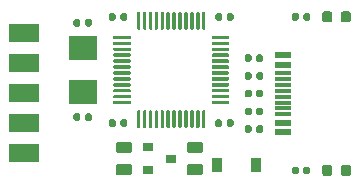
<source format=gbr>
%TF.GenerationSoftware,KiCad,Pcbnew,5.1.6+dfsg1-1*%
%TF.CreationDate,2020-06-28T19:58:20+08:00*%
%TF.ProjectId,stlink,73746c69-6e6b-42e6-9b69-6361645f7063,rev?*%
%TF.SameCoordinates,Original*%
%TF.FileFunction,Paste,Top*%
%TF.FilePolarity,Positive*%
%FSLAX46Y46*%
G04 Gerber Fmt 4.6, Leading zero omitted, Abs format (unit mm)*
G04 Created by KiCad (PCBNEW 5.1.6+dfsg1-1) date 2020-06-28 19:58:20*
%MOMM*%
%LPD*%
G01*
G04 APERTURE LIST*
%ADD10R,2.400000X2.000000*%
%ADD11R,2.540000X1.524000*%
%ADD12R,0.900000X1.200000*%
%ADD13R,0.900000X0.800000*%
%ADD14R,1.450000X0.600000*%
%ADD15R,1.450000X0.300000*%
G04 APERTURE END LIST*
%TO.C,R7*%
G36*
G01*
X135190000Y-83672500D02*
X135190000Y-83327500D01*
G75*
G02*
X135337500Y-83180000I147500J0D01*
G01*
X135632500Y-83180000D01*
G75*
G02*
X135780000Y-83327500I0J-147500D01*
G01*
X135780000Y-83672500D01*
G75*
G02*
X135632500Y-83820000I-147500J0D01*
G01*
X135337500Y-83820000D01*
G75*
G02*
X135190000Y-83672500I0J147500D01*
G01*
G37*
G36*
G01*
X134220000Y-83672500D02*
X134220000Y-83327500D01*
G75*
G02*
X134367500Y-83180000I147500J0D01*
G01*
X134662500Y-83180000D01*
G75*
G02*
X134810000Y-83327500I0J-147500D01*
G01*
X134810000Y-83672500D01*
G75*
G02*
X134662500Y-83820000I-147500J0D01*
G01*
X134367500Y-83820000D01*
G75*
G02*
X134220000Y-83672500I0J147500D01*
G01*
G37*
%TD*%
%TO.C,R6*%
G36*
G01*
X134810000Y-96327500D02*
X134810000Y-96672500D01*
G75*
G02*
X134662500Y-96820000I-147500J0D01*
G01*
X134367500Y-96820000D01*
G75*
G02*
X134220000Y-96672500I0J147500D01*
G01*
X134220000Y-96327500D01*
G75*
G02*
X134367500Y-96180000I147500J0D01*
G01*
X134662500Y-96180000D01*
G75*
G02*
X134810000Y-96327500I0J-147500D01*
G01*
G37*
G36*
G01*
X135780000Y-96327500D02*
X135780000Y-96672500D01*
G75*
G02*
X135632500Y-96820000I-147500J0D01*
G01*
X135337500Y-96820000D01*
G75*
G02*
X135190000Y-96672500I0J147500D01*
G01*
X135190000Y-96327500D01*
G75*
G02*
X135337500Y-96180000I147500J0D01*
G01*
X135632500Y-96180000D01*
G75*
G02*
X135780000Y-96327500I0J-147500D01*
G01*
G37*
%TD*%
%TO.C,D3*%
G36*
G01*
X138350000Y-83756250D02*
X138350000Y-83243750D01*
G75*
G02*
X138568750Y-83025000I218750J0D01*
G01*
X139006250Y-83025000D01*
G75*
G02*
X139225000Y-83243750I0J-218750D01*
G01*
X139225000Y-83756250D01*
G75*
G02*
X139006250Y-83975000I-218750J0D01*
G01*
X138568750Y-83975000D01*
G75*
G02*
X138350000Y-83756250I0J218750D01*
G01*
G37*
G36*
G01*
X136775000Y-83756250D02*
X136775000Y-83243750D01*
G75*
G02*
X136993750Y-83025000I218750J0D01*
G01*
X137431250Y-83025000D01*
G75*
G02*
X137650000Y-83243750I0J-218750D01*
G01*
X137650000Y-83756250D01*
G75*
G02*
X137431250Y-83975000I-218750J0D01*
G01*
X136993750Y-83975000D01*
G75*
G02*
X136775000Y-83756250I0J218750D01*
G01*
G37*
%TD*%
%TO.C,D2*%
G36*
G01*
X137650000Y-96243750D02*
X137650000Y-96756250D01*
G75*
G02*
X137431250Y-96975000I-218750J0D01*
G01*
X136993750Y-96975000D01*
G75*
G02*
X136775000Y-96756250I0J218750D01*
G01*
X136775000Y-96243750D01*
G75*
G02*
X136993750Y-96025000I218750J0D01*
G01*
X137431250Y-96025000D01*
G75*
G02*
X137650000Y-96243750I0J-218750D01*
G01*
G37*
G36*
G01*
X139225000Y-96243750D02*
X139225000Y-96756250D01*
G75*
G02*
X139006250Y-96975000I-218750J0D01*
G01*
X138568750Y-96975000D01*
G75*
G02*
X138350000Y-96756250I0J218750D01*
G01*
X138350000Y-96243750D01*
G75*
G02*
X138568750Y-96025000I218750J0D01*
G01*
X139006250Y-96025000D01*
G75*
G02*
X139225000Y-96243750I0J-218750D01*
G01*
G37*
%TD*%
D10*
%TO.C,Y1*%
X116500000Y-89850000D03*
X116500000Y-86150000D03*
%TD*%
%TO.C,C8*%
G36*
G01*
X116310000Y-91827500D02*
X116310000Y-92172500D01*
G75*
G02*
X116162500Y-92320000I-147500J0D01*
G01*
X115867500Y-92320000D01*
G75*
G02*
X115720000Y-92172500I0J147500D01*
G01*
X115720000Y-91827500D01*
G75*
G02*
X115867500Y-91680000I147500J0D01*
G01*
X116162500Y-91680000D01*
G75*
G02*
X116310000Y-91827500I0J-147500D01*
G01*
G37*
G36*
G01*
X117280000Y-91827500D02*
X117280000Y-92172500D01*
G75*
G02*
X117132500Y-92320000I-147500J0D01*
G01*
X116837500Y-92320000D01*
G75*
G02*
X116690000Y-92172500I0J147500D01*
G01*
X116690000Y-91827500D01*
G75*
G02*
X116837500Y-91680000I147500J0D01*
G01*
X117132500Y-91680000D01*
G75*
G02*
X117280000Y-91827500I0J-147500D01*
G01*
G37*
%TD*%
%TO.C,C7*%
G36*
G01*
X116310000Y-83827500D02*
X116310000Y-84172500D01*
G75*
G02*
X116162500Y-84320000I-147500J0D01*
G01*
X115867500Y-84320000D01*
G75*
G02*
X115720000Y-84172500I0J147500D01*
G01*
X115720000Y-83827500D01*
G75*
G02*
X115867500Y-83680000I147500J0D01*
G01*
X116162500Y-83680000D01*
G75*
G02*
X116310000Y-83827500I0J-147500D01*
G01*
G37*
G36*
G01*
X117280000Y-83827500D02*
X117280000Y-84172500D01*
G75*
G02*
X117132500Y-84320000I-147500J0D01*
G01*
X116837500Y-84320000D01*
G75*
G02*
X116690000Y-84172500I0J147500D01*
G01*
X116690000Y-83827500D01*
G75*
G02*
X116837500Y-83680000I147500J0D01*
G01*
X117132500Y-83680000D01*
G75*
G02*
X117280000Y-83827500I0J-147500D01*
G01*
G37*
%TD*%
D11*
%TO.C,J2*%
X111500000Y-84840000D03*
X111500000Y-87380000D03*
X111500000Y-89920000D03*
X111500000Y-92460000D03*
X111500000Y-95000000D03*
%TD*%
%TO.C,R5*%
G36*
G01*
X131190000Y-87167500D02*
X131190000Y-86822500D01*
G75*
G02*
X131337500Y-86675000I147500J0D01*
G01*
X131632500Y-86675000D01*
G75*
G02*
X131780000Y-86822500I0J-147500D01*
G01*
X131780000Y-87167500D01*
G75*
G02*
X131632500Y-87315000I-147500J0D01*
G01*
X131337500Y-87315000D01*
G75*
G02*
X131190000Y-87167500I0J147500D01*
G01*
G37*
G36*
G01*
X130220000Y-87167500D02*
X130220000Y-86822500D01*
G75*
G02*
X130367500Y-86675000I147500J0D01*
G01*
X130662500Y-86675000D01*
G75*
G02*
X130810000Y-86822500I0J-147500D01*
G01*
X130810000Y-87167500D01*
G75*
G02*
X130662500Y-87315000I-147500J0D01*
G01*
X130367500Y-87315000D01*
G75*
G02*
X130220000Y-87167500I0J147500D01*
G01*
G37*
%TD*%
%TO.C,R4*%
G36*
G01*
X131190000Y-93172500D02*
X131190000Y-92827500D01*
G75*
G02*
X131337500Y-92680000I147500J0D01*
G01*
X131632500Y-92680000D01*
G75*
G02*
X131780000Y-92827500I0J-147500D01*
G01*
X131780000Y-93172500D01*
G75*
G02*
X131632500Y-93320000I-147500J0D01*
G01*
X131337500Y-93320000D01*
G75*
G02*
X131190000Y-93172500I0J147500D01*
G01*
G37*
G36*
G01*
X130220000Y-93172500D02*
X130220000Y-92827500D01*
G75*
G02*
X130367500Y-92680000I147500J0D01*
G01*
X130662500Y-92680000D01*
G75*
G02*
X130810000Y-92827500I0J-147500D01*
G01*
X130810000Y-93172500D01*
G75*
G02*
X130662500Y-93320000I-147500J0D01*
G01*
X130367500Y-93320000D01*
G75*
G02*
X130220000Y-93172500I0J147500D01*
G01*
G37*
%TD*%
%TO.C,C6*%
G36*
G01*
X119690000Y-92672500D02*
X119690000Y-92327500D01*
G75*
G02*
X119837500Y-92180000I147500J0D01*
G01*
X120132500Y-92180000D01*
G75*
G02*
X120280000Y-92327500I0J-147500D01*
G01*
X120280000Y-92672500D01*
G75*
G02*
X120132500Y-92820000I-147500J0D01*
G01*
X119837500Y-92820000D01*
G75*
G02*
X119690000Y-92672500I0J147500D01*
G01*
G37*
G36*
G01*
X118720000Y-92672500D02*
X118720000Y-92327500D01*
G75*
G02*
X118867500Y-92180000I147500J0D01*
G01*
X119162500Y-92180000D01*
G75*
G02*
X119310000Y-92327500I0J-147500D01*
G01*
X119310000Y-92672500D01*
G75*
G02*
X119162500Y-92820000I-147500J0D01*
G01*
X118867500Y-92820000D01*
G75*
G02*
X118720000Y-92672500I0J147500D01*
G01*
G37*
%TD*%
%TO.C,C5*%
G36*
G01*
X128690000Y-92672500D02*
X128690000Y-92327500D01*
G75*
G02*
X128837500Y-92180000I147500J0D01*
G01*
X129132500Y-92180000D01*
G75*
G02*
X129280000Y-92327500I0J-147500D01*
G01*
X129280000Y-92672500D01*
G75*
G02*
X129132500Y-92820000I-147500J0D01*
G01*
X128837500Y-92820000D01*
G75*
G02*
X128690000Y-92672500I0J147500D01*
G01*
G37*
G36*
G01*
X127720000Y-92672500D02*
X127720000Y-92327500D01*
G75*
G02*
X127867500Y-92180000I147500J0D01*
G01*
X128162500Y-92180000D01*
G75*
G02*
X128310000Y-92327500I0J-147500D01*
G01*
X128310000Y-92672500D01*
G75*
G02*
X128162500Y-92820000I-147500J0D01*
G01*
X127867500Y-92820000D01*
G75*
G02*
X127720000Y-92672500I0J147500D01*
G01*
G37*
%TD*%
%TO.C,C4*%
G36*
G01*
X128705000Y-83672500D02*
X128705000Y-83327500D01*
G75*
G02*
X128852500Y-83180000I147500J0D01*
G01*
X129147500Y-83180000D01*
G75*
G02*
X129295000Y-83327500I0J-147500D01*
G01*
X129295000Y-83672500D01*
G75*
G02*
X129147500Y-83820000I-147500J0D01*
G01*
X128852500Y-83820000D01*
G75*
G02*
X128705000Y-83672500I0J147500D01*
G01*
G37*
G36*
G01*
X127735000Y-83672500D02*
X127735000Y-83327500D01*
G75*
G02*
X127882500Y-83180000I147500J0D01*
G01*
X128177500Y-83180000D01*
G75*
G02*
X128325000Y-83327500I0J-147500D01*
G01*
X128325000Y-83672500D01*
G75*
G02*
X128177500Y-83820000I-147500J0D01*
G01*
X127882500Y-83820000D01*
G75*
G02*
X127735000Y-83672500I0J147500D01*
G01*
G37*
%TD*%
%TO.C,C3*%
G36*
G01*
X119310000Y-83327500D02*
X119310000Y-83672500D01*
G75*
G02*
X119162500Y-83820000I-147500J0D01*
G01*
X118867500Y-83820000D01*
G75*
G02*
X118720000Y-83672500I0J147500D01*
G01*
X118720000Y-83327500D01*
G75*
G02*
X118867500Y-83180000I147500J0D01*
G01*
X119162500Y-83180000D01*
G75*
G02*
X119310000Y-83327500I0J-147500D01*
G01*
G37*
G36*
G01*
X120280000Y-83327500D02*
X120280000Y-83672500D01*
G75*
G02*
X120132500Y-83820000I-147500J0D01*
G01*
X119837500Y-83820000D01*
G75*
G02*
X119690000Y-83672500I0J147500D01*
G01*
X119690000Y-83327500D01*
G75*
G02*
X119837500Y-83180000I147500J0D01*
G01*
X120132500Y-83180000D01*
G75*
G02*
X120280000Y-83327500I0J-147500D01*
G01*
G37*
%TD*%
%TO.C,R3*%
G36*
G01*
X131190000Y-91672500D02*
X131190000Y-91327500D01*
G75*
G02*
X131337500Y-91180000I147500J0D01*
G01*
X131632500Y-91180000D01*
G75*
G02*
X131780000Y-91327500I0J-147500D01*
G01*
X131780000Y-91672500D01*
G75*
G02*
X131632500Y-91820000I-147500J0D01*
G01*
X131337500Y-91820000D01*
G75*
G02*
X131190000Y-91672500I0J147500D01*
G01*
G37*
G36*
G01*
X130220000Y-91672500D02*
X130220000Y-91327500D01*
G75*
G02*
X130367500Y-91180000I147500J0D01*
G01*
X130662500Y-91180000D01*
G75*
G02*
X130810000Y-91327500I0J-147500D01*
G01*
X130810000Y-91672500D01*
G75*
G02*
X130662500Y-91820000I-147500J0D01*
G01*
X130367500Y-91820000D01*
G75*
G02*
X130220000Y-91672500I0J147500D01*
G01*
G37*
%TD*%
%TO.C,R2*%
G36*
G01*
X131190000Y-88672500D02*
X131190000Y-88327500D01*
G75*
G02*
X131337500Y-88180000I147500J0D01*
G01*
X131632500Y-88180000D01*
G75*
G02*
X131780000Y-88327500I0J-147500D01*
G01*
X131780000Y-88672500D01*
G75*
G02*
X131632500Y-88820000I-147500J0D01*
G01*
X131337500Y-88820000D01*
G75*
G02*
X131190000Y-88672500I0J147500D01*
G01*
G37*
G36*
G01*
X130220000Y-88672500D02*
X130220000Y-88327500D01*
G75*
G02*
X130367500Y-88180000I147500J0D01*
G01*
X130662500Y-88180000D01*
G75*
G02*
X130810000Y-88327500I0J-147500D01*
G01*
X130810000Y-88672500D01*
G75*
G02*
X130662500Y-88820000I-147500J0D01*
G01*
X130367500Y-88820000D01*
G75*
G02*
X130220000Y-88672500I0J147500D01*
G01*
G37*
%TD*%
%TO.C,R1*%
G36*
G01*
X131190000Y-90172500D02*
X131190000Y-89827500D01*
G75*
G02*
X131337500Y-89680000I147500J0D01*
G01*
X131632500Y-89680000D01*
G75*
G02*
X131780000Y-89827500I0J-147500D01*
G01*
X131780000Y-90172500D01*
G75*
G02*
X131632500Y-90320000I-147500J0D01*
G01*
X131337500Y-90320000D01*
G75*
G02*
X131190000Y-90172500I0J147500D01*
G01*
G37*
G36*
G01*
X130220000Y-90172500D02*
X130220000Y-89827500D01*
G75*
G02*
X130367500Y-89680000I147500J0D01*
G01*
X130662500Y-89680000D01*
G75*
G02*
X130810000Y-89827500I0J-147500D01*
G01*
X130810000Y-90172500D01*
G75*
G02*
X130662500Y-90320000I-147500J0D01*
G01*
X130367500Y-90320000D01*
G75*
G02*
X130220000Y-90172500I0J147500D01*
G01*
G37*
%TD*%
D12*
%TO.C,D1*%
X131150000Y-96000000D03*
X127850000Y-96000000D03*
%TD*%
%TO.C,C2*%
G36*
G01*
X120456250Y-95050000D02*
X119543750Y-95050000D01*
G75*
G02*
X119300000Y-94806250I0J243750D01*
G01*
X119300000Y-94318750D01*
G75*
G02*
X119543750Y-94075000I243750J0D01*
G01*
X120456250Y-94075000D01*
G75*
G02*
X120700000Y-94318750I0J-243750D01*
G01*
X120700000Y-94806250D01*
G75*
G02*
X120456250Y-95050000I-243750J0D01*
G01*
G37*
G36*
G01*
X120456250Y-96925000D02*
X119543750Y-96925000D01*
G75*
G02*
X119300000Y-96681250I0J243750D01*
G01*
X119300000Y-96193750D01*
G75*
G02*
X119543750Y-95950000I243750J0D01*
G01*
X120456250Y-95950000D01*
G75*
G02*
X120700000Y-96193750I0J-243750D01*
G01*
X120700000Y-96681250D01*
G75*
G02*
X120456250Y-96925000I-243750J0D01*
G01*
G37*
%TD*%
%TO.C,C1*%
G36*
G01*
X125543750Y-95950000D02*
X126456250Y-95950000D01*
G75*
G02*
X126700000Y-96193750I0J-243750D01*
G01*
X126700000Y-96681250D01*
G75*
G02*
X126456250Y-96925000I-243750J0D01*
G01*
X125543750Y-96925000D01*
G75*
G02*
X125300000Y-96681250I0J243750D01*
G01*
X125300000Y-96193750D01*
G75*
G02*
X125543750Y-95950000I243750J0D01*
G01*
G37*
G36*
G01*
X125543750Y-94075000D02*
X126456250Y-94075000D01*
G75*
G02*
X126700000Y-94318750I0J-243750D01*
G01*
X126700000Y-94806250D01*
G75*
G02*
X126456250Y-95050000I-243750J0D01*
G01*
X125543750Y-95050000D01*
G75*
G02*
X125300000Y-94806250I0J243750D01*
G01*
X125300000Y-94318750D01*
G75*
G02*
X125543750Y-94075000I243750J0D01*
G01*
G37*
%TD*%
D13*
%TO.C,U2*%
X124000000Y-95500000D03*
X122000000Y-96450000D03*
X122000000Y-94550000D03*
%TD*%
%TO.C,U1*%
G36*
G01*
X121100000Y-84500000D02*
X121100000Y-83175000D01*
G75*
G02*
X121175000Y-83100000I75000J0D01*
G01*
X121325000Y-83100000D01*
G75*
G02*
X121400000Y-83175000I0J-75000D01*
G01*
X121400000Y-84500000D01*
G75*
G02*
X121325000Y-84575000I-75000J0D01*
G01*
X121175000Y-84575000D01*
G75*
G02*
X121100000Y-84500000I0J75000D01*
G01*
G37*
G36*
G01*
X121600000Y-84500000D02*
X121600000Y-83175000D01*
G75*
G02*
X121675000Y-83100000I75000J0D01*
G01*
X121825000Y-83100000D01*
G75*
G02*
X121900000Y-83175000I0J-75000D01*
G01*
X121900000Y-84500000D01*
G75*
G02*
X121825000Y-84575000I-75000J0D01*
G01*
X121675000Y-84575000D01*
G75*
G02*
X121600000Y-84500000I0J75000D01*
G01*
G37*
G36*
G01*
X122100000Y-84500000D02*
X122100000Y-83175000D01*
G75*
G02*
X122175000Y-83100000I75000J0D01*
G01*
X122325000Y-83100000D01*
G75*
G02*
X122400000Y-83175000I0J-75000D01*
G01*
X122400000Y-84500000D01*
G75*
G02*
X122325000Y-84575000I-75000J0D01*
G01*
X122175000Y-84575000D01*
G75*
G02*
X122100000Y-84500000I0J75000D01*
G01*
G37*
G36*
G01*
X122600000Y-84500000D02*
X122600000Y-83175000D01*
G75*
G02*
X122675000Y-83100000I75000J0D01*
G01*
X122825000Y-83100000D01*
G75*
G02*
X122900000Y-83175000I0J-75000D01*
G01*
X122900000Y-84500000D01*
G75*
G02*
X122825000Y-84575000I-75000J0D01*
G01*
X122675000Y-84575000D01*
G75*
G02*
X122600000Y-84500000I0J75000D01*
G01*
G37*
G36*
G01*
X123100000Y-84500000D02*
X123100000Y-83175000D01*
G75*
G02*
X123175000Y-83100000I75000J0D01*
G01*
X123325000Y-83100000D01*
G75*
G02*
X123400000Y-83175000I0J-75000D01*
G01*
X123400000Y-84500000D01*
G75*
G02*
X123325000Y-84575000I-75000J0D01*
G01*
X123175000Y-84575000D01*
G75*
G02*
X123100000Y-84500000I0J75000D01*
G01*
G37*
G36*
G01*
X123600000Y-84500000D02*
X123600000Y-83175000D01*
G75*
G02*
X123675000Y-83100000I75000J0D01*
G01*
X123825000Y-83100000D01*
G75*
G02*
X123900000Y-83175000I0J-75000D01*
G01*
X123900000Y-84500000D01*
G75*
G02*
X123825000Y-84575000I-75000J0D01*
G01*
X123675000Y-84575000D01*
G75*
G02*
X123600000Y-84500000I0J75000D01*
G01*
G37*
G36*
G01*
X124100000Y-84500000D02*
X124100000Y-83175000D01*
G75*
G02*
X124175000Y-83100000I75000J0D01*
G01*
X124325000Y-83100000D01*
G75*
G02*
X124400000Y-83175000I0J-75000D01*
G01*
X124400000Y-84500000D01*
G75*
G02*
X124325000Y-84575000I-75000J0D01*
G01*
X124175000Y-84575000D01*
G75*
G02*
X124100000Y-84500000I0J75000D01*
G01*
G37*
G36*
G01*
X124600000Y-84500000D02*
X124600000Y-83175000D01*
G75*
G02*
X124675000Y-83100000I75000J0D01*
G01*
X124825000Y-83100000D01*
G75*
G02*
X124900000Y-83175000I0J-75000D01*
G01*
X124900000Y-84500000D01*
G75*
G02*
X124825000Y-84575000I-75000J0D01*
G01*
X124675000Y-84575000D01*
G75*
G02*
X124600000Y-84500000I0J75000D01*
G01*
G37*
G36*
G01*
X125100000Y-84500000D02*
X125100000Y-83175000D01*
G75*
G02*
X125175000Y-83100000I75000J0D01*
G01*
X125325000Y-83100000D01*
G75*
G02*
X125400000Y-83175000I0J-75000D01*
G01*
X125400000Y-84500000D01*
G75*
G02*
X125325000Y-84575000I-75000J0D01*
G01*
X125175000Y-84575000D01*
G75*
G02*
X125100000Y-84500000I0J75000D01*
G01*
G37*
G36*
G01*
X125600000Y-84500000D02*
X125600000Y-83175000D01*
G75*
G02*
X125675000Y-83100000I75000J0D01*
G01*
X125825000Y-83100000D01*
G75*
G02*
X125900000Y-83175000I0J-75000D01*
G01*
X125900000Y-84500000D01*
G75*
G02*
X125825000Y-84575000I-75000J0D01*
G01*
X125675000Y-84575000D01*
G75*
G02*
X125600000Y-84500000I0J75000D01*
G01*
G37*
G36*
G01*
X126100000Y-84500000D02*
X126100000Y-83175000D01*
G75*
G02*
X126175000Y-83100000I75000J0D01*
G01*
X126325000Y-83100000D01*
G75*
G02*
X126400000Y-83175000I0J-75000D01*
G01*
X126400000Y-84500000D01*
G75*
G02*
X126325000Y-84575000I-75000J0D01*
G01*
X126175000Y-84575000D01*
G75*
G02*
X126100000Y-84500000I0J75000D01*
G01*
G37*
G36*
G01*
X126600000Y-84500000D02*
X126600000Y-83175000D01*
G75*
G02*
X126675000Y-83100000I75000J0D01*
G01*
X126825000Y-83100000D01*
G75*
G02*
X126900000Y-83175000I0J-75000D01*
G01*
X126900000Y-84500000D01*
G75*
G02*
X126825000Y-84575000I-75000J0D01*
G01*
X126675000Y-84575000D01*
G75*
G02*
X126600000Y-84500000I0J75000D01*
G01*
G37*
G36*
G01*
X127425000Y-85325000D02*
X127425000Y-85175000D01*
G75*
G02*
X127500000Y-85100000I75000J0D01*
G01*
X128825000Y-85100000D01*
G75*
G02*
X128900000Y-85175000I0J-75000D01*
G01*
X128900000Y-85325000D01*
G75*
G02*
X128825000Y-85400000I-75000J0D01*
G01*
X127500000Y-85400000D01*
G75*
G02*
X127425000Y-85325000I0J75000D01*
G01*
G37*
G36*
G01*
X127425000Y-85825000D02*
X127425000Y-85675000D01*
G75*
G02*
X127500000Y-85600000I75000J0D01*
G01*
X128825000Y-85600000D01*
G75*
G02*
X128900000Y-85675000I0J-75000D01*
G01*
X128900000Y-85825000D01*
G75*
G02*
X128825000Y-85900000I-75000J0D01*
G01*
X127500000Y-85900000D01*
G75*
G02*
X127425000Y-85825000I0J75000D01*
G01*
G37*
G36*
G01*
X127425000Y-86325000D02*
X127425000Y-86175000D01*
G75*
G02*
X127500000Y-86100000I75000J0D01*
G01*
X128825000Y-86100000D01*
G75*
G02*
X128900000Y-86175000I0J-75000D01*
G01*
X128900000Y-86325000D01*
G75*
G02*
X128825000Y-86400000I-75000J0D01*
G01*
X127500000Y-86400000D01*
G75*
G02*
X127425000Y-86325000I0J75000D01*
G01*
G37*
G36*
G01*
X127425000Y-86825000D02*
X127425000Y-86675000D01*
G75*
G02*
X127500000Y-86600000I75000J0D01*
G01*
X128825000Y-86600000D01*
G75*
G02*
X128900000Y-86675000I0J-75000D01*
G01*
X128900000Y-86825000D01*
G75*
G02*
X128825000Y-86900000I-75000J0D01*
G01*
X127500000Y-86900000D01*
G75*
G02*
X127425000Y-86825000I0J75000D01*
G01*
G37*
G36*
G01*
X127425000Y-87325000D02*
X127425000Y-87175000D01*
G75*
G02*
X127500000Y-87100000I75000J0D01*
G01*
X128825000Y-87100000D01*
G75*
G02*
X128900000Y-87175000I0J-75000D01*
G01*
X128900000Y-87325000D01*
G75*
G02*
X128825000Y-87400000I-75000J0D01*
G01*
X127500000Y-87400000D01*
G75*
G02*
X127425000Y-87325000I0J75000D01*
G01*
G37*
G36*
G01*
X127425000Y-87825000D02*
X127425000Y-87675000D01*
G75*
G02*
X127500000Y-87600000I75000J0D01*
G01*
X128825000Y-87600000D01*
G75*
G02*
X128900000Y-87675000I0J-75000D01*
G01*
X128900000Y-87825000D01*
G75*
G02*
X128825000Y-87900000I-75000J0D01*
G01*
X127500000Y-87900000D01*
G75*
G02*
X127425000Y-87825000I0J75000D01*
G01*
G37*
G36*
G01*
X127425000Y-88325000D02*
X127425000Y-88175000D01*
G75*
G02*
X127500000Y-88100000I75000J0D01*
G01*
X128825000Y-88100000D01*
G75*
G02*
X128900000Y-88175000I0J-75000D01*
G01*
X128900000Y-88325000D01*
G75*
G02*
X128825000Y-88400000I-75000J0D01*
G01*
X127500000Y-88400000D01*
G75*
G02*
X127425000Y-88325000I0J75000D01*
G01*
G37*
G36*
G01*
X127425000Y-88825000D02*
X127425000Y-88675000D01*
G75*
G02*
X127500000Y-88600000I75000J0D01*
G01*
X128825000Y-88600000D01*
G75*
G02*
X128900000Y-88675000I0J-75000D01*
G01*
X128900000Y-88825000D01*
G75*
G02*
X128825000Y-88900000I-75000J0D01*
G01*
X127500000Y-88900000D01*
G75*
G02*
X127425000Y-88825000I0J75000D01*
G01*
G37*
G36*
G01*
X127425000Y-89325000D02*
X127425000Y-89175000D01*
G75*
G02*
X127500000Y-89100000I75000J0D01*
G01*
X128825000Y-89100000D01*
G75*
G02*
X128900000Y-89175000I0J-75000D01*
G01*
X128900000Y-89325000D01*
G75*
G02*
X128825000Y-89400000I-75000J0D01*
G01*
X127500000Y-89400000D01*
G75*
G02*
X127425000Y-89325000I0J75000D01*
G01*
G37*
G36*
G01*
X127425000Y-89825000D02*
X127425000Y-89675000D01*
G75*
G02*
X127500000Y-89600000I75000J0D01*
G01*
X128825000Y-89600000D01*
G75*
G02*
X128900000Y-89675000I0J-75000D01*
G01*
X128900000Y-89825000D01*
G75*
G02*
X128825000Y-89900000I-75000J0D01*
G01*
X127500000Y-89900000D01*
G75*
G02*
X127425000Y-89825000I0J75000D01*
G01*
G37*
G36*
G01*
X127425000Y-90325000D02*
X127425000Y-90175000D01*
G75*
G02*
X127500000Y-90100000I75000J0D01*
G01*
X128825000Y-90100000D01*
G75*
G02*
X128900000Y-90175000I0J-75000D01*
G01*
X128900000Y-90325000D01*
G75*
G02*
X128825000Y-90400000I-75000J0D01*
G01*
X127500000Y-90400000D01*
G75*
G02*
X127425000Y-90325000I0J75000D01*
G01*
G37*
G36*
G01*
X127425000Y-90825000D02*
X127425000Y-90675000D01*
G75*
G02*
X127500000Y-90600000I75000J0D01*
G01*
X128825000Y-90600000D01*
G75*
G02*
X128900000Y-90675000I0J-75000D01*
G01*
X128900000Y-90825000D01*
G75*
G02*
X128825000Y-90900000I-75000J0D01*
G01*
X127500000Y-90900000D01*
G75*
G02*
X127425000Y-90825000I0J75000D01*
G01*
G37*
G36*
G01*
X126600000Y-92825000D02*
X126600000Y-91500000D01*
G75*
G02*
X126675000Y-91425000I75000J0D01*
G01*
X126825000Y-91425000D01*
G75*
G02*
X126900000Y-91500000I0J-75000D01*
G01*
X126900000Y-92825000D01*
G75*
G02*
X126825000Y-92900000I-75000J0D01*
G01*
X126675000Y-92900000D01*
G75*
G02*
X126600000Y-92825000I0J75000D01*
G01*
G37*
G36*
G01*
X126100000Y-92825000D02*
X126100000Y-91500000D01*
G75*
G02*
X126175000Y-91425000I75000J0D01*
G01*
X126325000Y-91425000D01*
G75*
G02*
X126400000Y-91500000I0J-75000D01*
G01*
X126400000Y-92825000D01*
G75*
G02*
X126325000Y-92900000I-75000J0D01*
G01*
X126175000Y-92900000D01*
G75*
G02*
X126100000Y-92825000I0J75000D01*
G01*
G37*
G36*
G01*
X125600000Y-92825000D02*
X125600000Y-91500000D01*
G75*
G02*
X125675000Y-91425000I75000J0D01*
G01*
X125825000Y-91425000D01*
G75*
G02*
X125900000Y-91500000I0J-75000D01*
G01*
X125900000Y-92825000D01*
G75*
G02*
X125825000Y-92900000I-75000J0D01*
G01*
X125675000Y-92900000D01*
G75*
G02*
X125600000Y-92825000I0J75000D01*
G01*
G37*
G36*
G01*
X125100000Y-92825000D02*
X125100000Y-91500000D01*
G75*
G02*
X125175000Y-91425000I75000J0D01*
G01*
X125325000Y-91425000D01*
G75*
G02*
X125400000Y-91500000I0J-75000D01*
G01*
X125400000Y-92825000D01*
G75*
G02*
X125325000Y-92900000I-75000J0D01*
G01*
X125175000Y-92900000D01*
G75*
G02*
X125100000Y-92825000I0J75000D01*
G01*
G37*
G36*
G01*
X124600000Y-92825000D02*
X124600000Y-91500000D01*
G75*
G02*
X124675000Y-91425000I75000J0D01*
G01*
X124825000Y-91425000D01*
G75*
G02*
X124900000Y-91500000I0J-75000D01*
G01*
X124900000Y-92825000D01*
G75*
G02*
X124825000Y-92900000I-75000J0D01*
G01*
X124675000Y-92900000D01*
G75*
G02*
X124600000Y-92825000I0J75000D01*
G01*
G37*
G36*
G01*
X124100000Y-92825000D02*
X124100000Y-91500000D01*
G75*
G02*
X124175000Y-91425000I75000J0D01*
G01*
X124325000Y-91425000D01*
G75*
G02*
X124400000Y-91500000I0J-75000D01*
G01*
X124400000Y-92825000D01*
G75*
G02*
X124325000Y-92900000I-75000J0D01*
G01*
X124175000Y-92900000D01*
G75*
G02*
X124100000Y-92825000I0J75000D01*
G01*
G37*
G36*
G01*
X123600000Y-92825000D02*
X123600000Y-91500000D01*
G75*
G02*
X123675000Y-91425000I75000J0D01*
G01*
X123825000Y-91425000D01*
G75*
G02*
X123900000Y-91500000I0J-75000D01*
G01*
X123900000Y-92825000D01*
G75*
G02*
X123825000Y-92900000I-75000J0D01*
G01*
X123675000Y-92900000D01*
G75*
G02*
X123600000Y-92825000I0J75000D01*
G01*
G37*
G36*
G01*
X123100000Y-92825000D02*
X123100000Y-91500000D01*
G75*
G02*
X123175000Y-91425000I75000J0D01*
G01*
X123325000Y-91425000D01*
G75*
G02*
X123400000Y-91500000I0J-75000D01*
G01*
X123400000Y-92825000D01*
G75*
G02*
X123325000Y-92900000I-75000J0D01*
G01*
X123175000Y-92900000D01*
G75*
G02*
X123100000Y-92825000I0J75000D01*
G01*
G37*
G36*
G01*
X122600000Y-92825000D02*
X122600000Y-91500000D01*
G75*
G02*
X122675000Y-91425000I75000J0D01*
G01*
X122825000Y-91425000D01*
G75*
G02*
X122900000Y-91500000I0J-75000D01*
G01*
X122900000Y-92825000D01*
G75*
G02*
X122825000Y-92900000I-75000J0D01*
G01*
X122675000Y-92900000D01*
G75*
G02*
X122600000Y-92825000I0J75000D01*
G01*
G37*
G36*
G01*
X122100000Y-92825000D02*
X122100000Y-91500000D01*
G75*
G02*
X122175000Y-91425000I75000J0D01*
G01*
X122325000Y-91425000D01*
G75*
G02*
X122400000Y-91500000I0J-75000D01*
G01*
X122400000Y-92825000D01*
G75*
G02*
X122325000Y-92900000I-75000J0D01*
G01*
X122175000Y-92900000D01*
G75*
G02*
X122100000Y-92825000I0J75000D01*
G01*
G37*
G36*
G01*
X121600000Y-92825000D02*
X121600000Y-91500000D01*
G75*
G02*
X121675000Y-91425000I75000J0D01*
G01*
X121825000Y-91425000D01*
G75*
G02*
X121900000Y-91500000I0J-75000D01*
G01*
X121900000Y-92825000D01*
G75*
G02*
X121825000Y-92900000I-75000J0D01*
G01*
X121675000Y-92900000D01*
G75*
G02*
X121600000Y-92825000I0J75000D01*
G01*
G37*
G36*
G01*
X121100000Y-92825000D02*
X121100000Y-91500000D01*
G75*
G02*
X121175000Y-91425000I75000J0D01*
G01*
X121325000Y-91425000D01*
G75*
G02*
X121400000Y-91500000I0J-75000D01*
G01*
X121400000Y-92825000D01*
G75*
G02*
X121325000Y-92900000I-75000J0D01*
G01*
X121175000Y-92900000D01*
G75*
G02*
X121100000Y-92825000I0J75000D01*
G01*
G37*
G36*
G01*
X119100000Y-90825000D02*
X119100000Y-90675000D01*
G75*
G02*
X119175000Y-90600000I75000J0D01*
G01*
X120500000Y-90600000D01*
G75*
G02*
X120575000Y-90675000I0J-75000D01*
G01*
X120575000Y-90825000D01*
G75*
G02*
X120500000Y-90900000I-75000J0D01*
G01*
X119175000Y-90900000D01*
G75*
G02*
X119100000Y-90825000I0J75000D01*
G01*
G37*
G36*
G01*
X119100000Y-90325000D02*
X119100000Y-90175000D01*
G75*
G02*
X119175000Y-90100000I75000J0D01*
G01*
X120500000Y-90100000D01*
G75*
G02*
X120575000Y-90175000I0J-75000D01*
G01*
X120575000Y-90325000D01*
G75*
G02*
X120500000Y-90400000I-75000J0D01*
G01*
X119175000Y-90400000D01*
G75*
G02*
X119100000Y-90325000I0J75000D01*
G01*
G37*
G36*
G01*
X119100000Y-89825000D02*
X119100000Y-89675000D01*
G75*
G02*
X119175000Y-89600000I75000J0D01*
G01*
X120500000Y-89600000D01*
G75*
G02*
X120575000Y-89675000I0J-75000D01*
G01*
X120575000Y-89825000D01*
G75*
G02*
X120500000Y-89900000I-75000J0D01*
G01*
X119175000Y-89900000D01*
G75*
G02*
X119100000Y-89825000I0J75000D01*
G01*
G37*
G36*
G01*
X119100000Y-89325000D02*
X119100000Y-89175000D01*
G75*
G02*
X119175000Y-89100000I75000J0D01*
G01*
X120500000Y-89100000D01*
G75*
G02*
X120575000Y-89175000I0J-75000D01*
G01*
X120575000Y-89325000D01*
G75*
G02*
X120500000Y-89400000I-75000J0D01*
G01*
X119175000Y-89400000D01*
G75*
G02*
X119100000Y-89325000I0J75000D01*
G01*
G37*
G36*
G01*
X119100000Y-88825000D02*
X119100000Y-88675000D01*
G75*
G02*
X119175000Y-88600000I75000J0D01*
G01*
X120500000Y-88600000D01*
G75*
G02*
X120575000Y-88675000I0J-75000D01*
G01*
X120575000Y-88825000D01*
G75*
G02*
X120500000Y-88900000I-75000J0D01*
G01*
X119175000Y-88900000D01*
G75*
G02*
X119100000Y-88825000I0J75000D01*
G01*
G37*
G36*
G01*
X119100000Y-88325000D02*
X119100000Y-88175000D01*
G75*
G02*
X119175000Y-88100000I75000J0D01*
G01*
X120500000Y-88100000D01*
G75*
G02*
X120575000Y-88175000I0J-75000D01*
G01*
X120575000Y-88325000D01*
G75*
G02*
X120500000Y-88400000I-75000J0D01*
G01*
X119175000Y-88400000D01*
G75*
G02*
X119100000Y-88325000I0J75000D01*
G01*
G37*
G36*
G01*
X119100000Y-87825000D02*
X119100000Y-87675000D01*
G75*
G02*
X119175000Y-87600000I75000J0D01*
G01*
X120500000Y-87600000D01*
G75*
G02*
X120575000Y-87675000I0J-75000D01*
G01*
X120575000Y-87825000D01*
G75*
G02*
X120500000Y-87900000I-75000J0D01*
G01*
X119175000Y-87900000D01*
G75*
G02*
X119100000Y-87825000I0J75000D01*
G01*
G37*
G36*
G01*
X119100000Y-87325000D02*
X119100000Y-87175000D01*
G75*
G02*
X119175000Y-87100000I75000J0D01*
G01*
X120500000Y-87100000D01*
G75*
G02*
X120575000Y-87175000I0J-75000D01*
G01*
X120575000Y-87325000D01*
G75*
G02*
X120500000Y-87400000I-75000J0D01*
G01*
X119175000Y-87400000D01*
G75*
G02*
X119100000Y-87325000I0J75000D01*
G01*
G37*
G36*
G01*
X119100000Y-86825000D02*
X119100000Y-86675000D01*
G75*
G02*
X119175000Y-86600000I75000J0D01*
G01*
X120500000Y-86600000D01*
G75*
G02*
X120575000Y-86675000I0J-75000D01*
G01*
X120575000Y-86825000D01*
G75*
G02*
X120500000Y-86900000I-75000J0D01*
G01*
X119175000Y-86900000D01*
G75*
G02*
X119100000Y-86825000I0J75000D01*
G01*
G37*
G36*
G01*
X119100000Y-86325000D02*
X119100000Y-86175000D01*
G75*
G02*
X119175000Y-86100000I75000J0D01*
G01*
X120500000Y-86100000D01*
G75*
G02*
X120575000Y-86175000I0J-75000D01*
G01*
X120575000Y-86325000D01*
G75*
G02*
X120500000Y-86400000I-75000J0D01*
G01*
X119175000Y-86400000D01*
G75*
G02*
X119100000Y-86325000I0J75000D01*
G01*
G37*
G36*
G01*
X119100000Y-85825000D02*
X119100000Y-85675000D01*
G75*
G02*
X119175000Y-85600000I75000J0D01*
G01*
X120500000Y-85600000D01*
G75*
G02*
X120575000Y-85675000I0J-75000D01*
G01*
X120575000Y-85825000D01*
G75*
G02*
X120500000Y-85900000I-75000J0D01*
G01*
X119175000Y-85900000D01*
G75*
G02*
X119100000Y-85825000I0J75000D01*
G01*
G37*
G36*
G01*
X119100000Y-85325000D02*
X119100000Y-85175000D01*
G75*
G02*
X119175000Y-85100000I75000J0D01*
G01*
X120500000Y-85100000D01*
G75*
G02*
X120575000Y-85175000I0J-75000D01*
G01*
X120575000Y-85325000D01*
G75*
G02*
X120500000Y-85400000I-75000J0D01*
G01*
X119175000Y-85400000D01*
G75*
G02*
X119100000Y-85325000I0J75000D01*
G01*
G37*
%TD*%
D14*
%TO.C,J1*%
X133455000Y-86750000D03*
X133455000Y-87550000D03*
X133455000Y-92450000D03*
X133455000Y-93250000D03*
X133455000Y-93250000D03*
X133455000Y-92450000D03*
X133455000Y-87550000D03*
X133455000Y-86750000D03*
D15*
X133455000Y-91750000D03*
X133455000Y-91250000D03*
X133455000Y-90750000D03*
X133455000Y-89750000D03*
X133455000Y-89250000D03*
X133455000Y-88750000D03*
X133455000Y-88250000D03*
X133455000Y-90250000D03*
%TD*%
M02*

</source>
